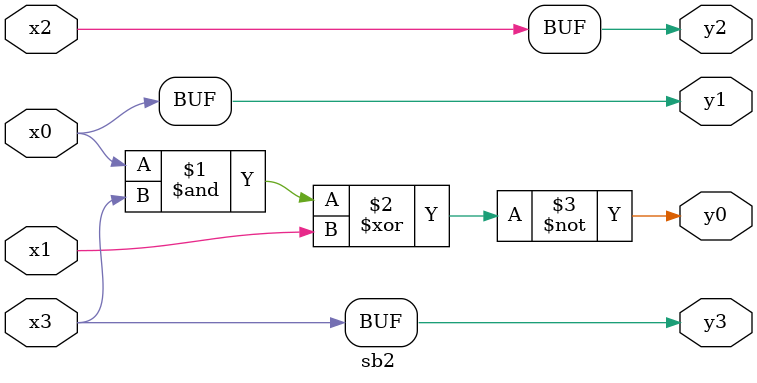
<source format=v>
`timescale 1ns / 1ps

module sb2(x0,x1,x2,x3,y0,y1,y2,y3);
	input x0,x1,x2,x3;
	output y0,y1,y2,y3;
	assign y3 = x3;
	assign y2 = x2;
	assign y1 = x0;
	assign y0 = ~((x0 & x3) ^ x1);// ^ 1 is NOT gate.
endmodule

</source>
